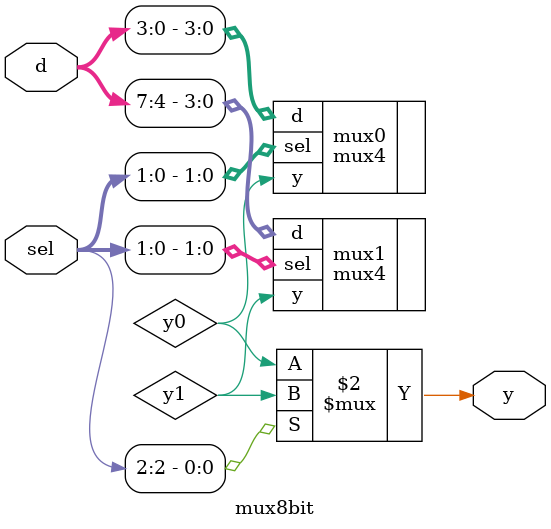
<source format=v>
module mux8bit (
    input wire [7:0] d, 
    input wire [2:0] sel, 
    output wire y
);

wire y0, y1;

mux4 mux0 (
    .d(d[3:0]),
    .sel(sel[1:0]),
    .y(y0)
);

mux4 mux1 (
    .d(d[7:4]),
    .sel(sel[1:0]),
    .y(y1)
);

assign y = (sel[2] == 0) ? y0 : y1; 

endmodule

</source>
